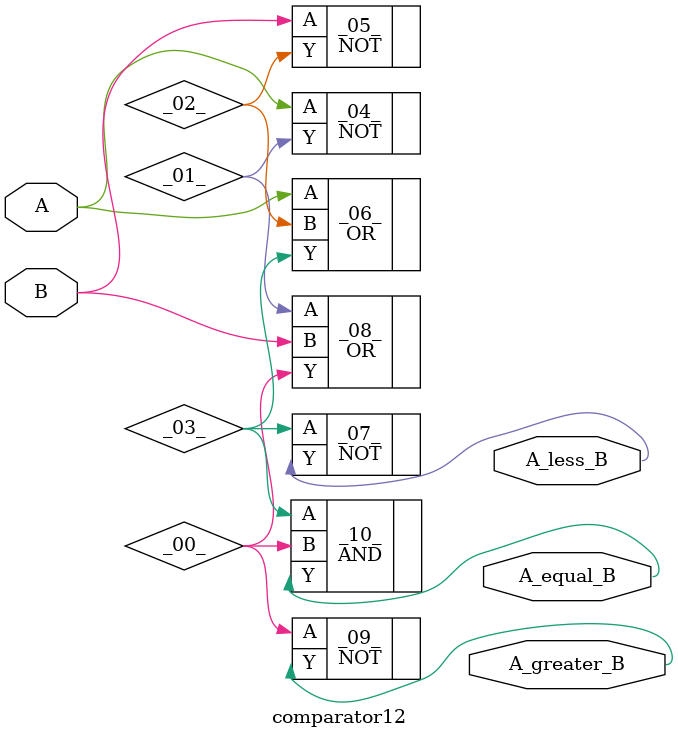
<source format=v>
/* Generated by Yosys 0.41+83 (git sha1 7045cf509, x86_64-w64-mingw32-g++ 13.2.1 -Os) */

/* cells_not_processed =  1  */
/* src = "comparator12.v:1.1-11.10" */
module comparator12(A, B, A_less_B, A_equal_B, A_greater_B);
  wire _00_;
  wire _01_;
  wire _02_;
  wire _03_;
  /* src = "comparator12.v:1.28-1.29" */
  input A;
  wire A;
  /* src = "comparator12.v:1.54-1.63" */
  output A_equal_B;
  wire A_equal_B;
  /* src = "comparator12.v:1.65-1.76" */
  output A_greater_B;
  wire A_greater_B;
  /* src = "comparator12.v:1.44-1.52" */
  output A_less_B;
  wire A_less_B;
  /* src = "comparator12.v:1.30-1.31" */
  input B;
  wire B;
  NOT _04_ (
    .A(A),
    .Y(_01_)
  );
  NOT _05_ (
    .A(B),
    .Y(_02_)
  );
  OR _06_ (
    .A(A),
    .B(_02_),
    .Y(_03_)
  );
  NOT _07_ (
    .A(_03_),
    .Y(A_less_B)
  );
  OR _08_ (
    .A(_01_),
    .B(B),
    .Y(_00_)
  );
  NOT _09_ (
    .A(_00_),
    .Y(A_greater_B)
  );
  AND _10_ (
    .A(_03_),
    .B(_00_),
    .Y(A_equal_B)
  );
endmodule

</source>
